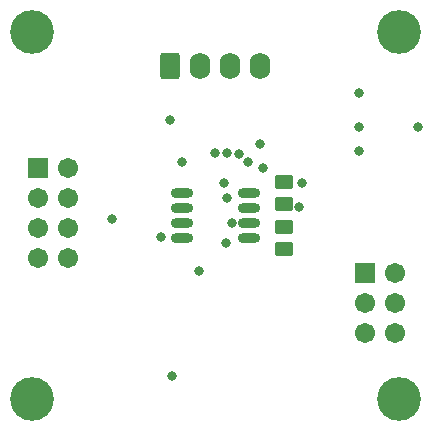
<source format=gbs>
G04 Layer_Color=16711935*
%FSLAX44Y44*%
%MOMM*%
G71*
G01*
G75*
G04:AMPARAMS|DCode=40|XSize=1.6032mm|YSize=1.2032mm|CornerRadius=0.2266mm|HoleSize=0mm|Usage=FLASHONLY|Rotation=0.000|XOffset=0mm|YOffset=0mm|HoleType=Round|Shape=RoundedRectangle|*
%AMROUNDEDRECTD40*
21,1,1.6032,0.7500,0,0,0.0*
21,1,1.1500,1.2032,0,0,0.0*
1,1,0.4532,0.5750,-0.3750*
1,1,0.4532,-0.5750,-0.3750*
1,1,0.4532,-0.5750,0.3750*
1,1,0.4532,0.5750,0.3750*
%
%ADD40ROUNDEDRECTD40*%
%ADD41C,1.7032*%
%ADD42R,1.7032X1.7032*%
%ADD43O,1.7272X2.2352*%
G04:AMPARAMS|DCode=44|XSize=1.7272mm|YSize=2.2352mm|CornerRadius=0.2921mm|HoleSize=0mm|Usage=FLASHONLY|Rotation=0.000|XOffset=0mm|YOffset=0mm|HoleType=Round|Shape=RoundedRectangle|*
%AMROUNDEDRECTD44*
21,1,1.7272,1.6510,0,0,0.0*
21,1,1.1430,2.2352,0,0,0.0*
1,1,0.5842,0.5715,-0.8255*
1,1,0.5842,-0.5715,-0.8255*
1,1,0.5842,-0.5715,0.8255*
1,1,0.5842,0.5715,0.8255*
%
%ADD44ROUNDEDRECTD44*%
%ADD45C,3.7032*%
%ADD46C,0.8032*%
%ADD47O,1.9032X0.8532*%
D40*
X58420Y10050D02*
D03*
Y28050D02*
D03*
Y-28050D02*
D03*
Y-10050D02*
D03*
D41*
X152400Y-99060D02*
D03*
X127000D02*
D03*
X152400Y-73660D02*
D03*
X127000D02*
D03*
X152400Y-48260D02*
D03*
X-124460Y40640D02*
D03*
X-149860Y15240D02*
D03*
X-124460D02*
D03*
X-149860Y-10160D02*
D03*
X-124460D02*
D03*
X-149860Y-35560D02*
D03*
X-124460D02*
D03*
D42*
X127000Y-48260D02*
D03*
X-149860Y40640D02*
D03*
D43*
X12700Y127000D02*
D03*
X-12700D02*
D03*
X38100D02*
D03*
D44*
X-38100D02*
D03*
D45*
X-155200Y-155200D02*
D03*
X155200D02*
D03*
Y155200D02*
D03*
X-155200D02*
D03*
D46*
X171450Y74930D02*
D03*
X-38100Y81280D02*
D03*
X71120Y7400D02*
D03*
X7620Y27940D02*
D03*
X10160Y15240D02*
D03*
X40640Y40640D02*
D03*
X27940Y45720D02*
D03*
X38100Y60960D02*
D03*
X-27940Y45720D02*
D03*
X-36830Y-135890D02*
D03*
X121920Y104140D02*
D03*
Y74930D02*
D03*
X0Y53340D02*
D03*
X10160D02*
D03*
X20320Y52070D02*
D03*
X121920Y54610D02*
D03*
X13970Y-6350D02*
D03*
X-87630Y-2540D02*
D03*
X-13970Y-46990D02*
D03*
X-45720Y-17780D02*
D03*
X8890Y-22860D02*
D03*
X73660Y27940D02*
D03*
D47*
X28000Y19050D02*
D03*
Y6350D02*
D03*
Y-6350D02*
D03*
Y-19050D02*
D03*
X-28000Y19050D02*
D03*
Y6350D02*
D03*
Y-6350D02*
D03*
Y-19050D02*
D03*
M02*

</source>
